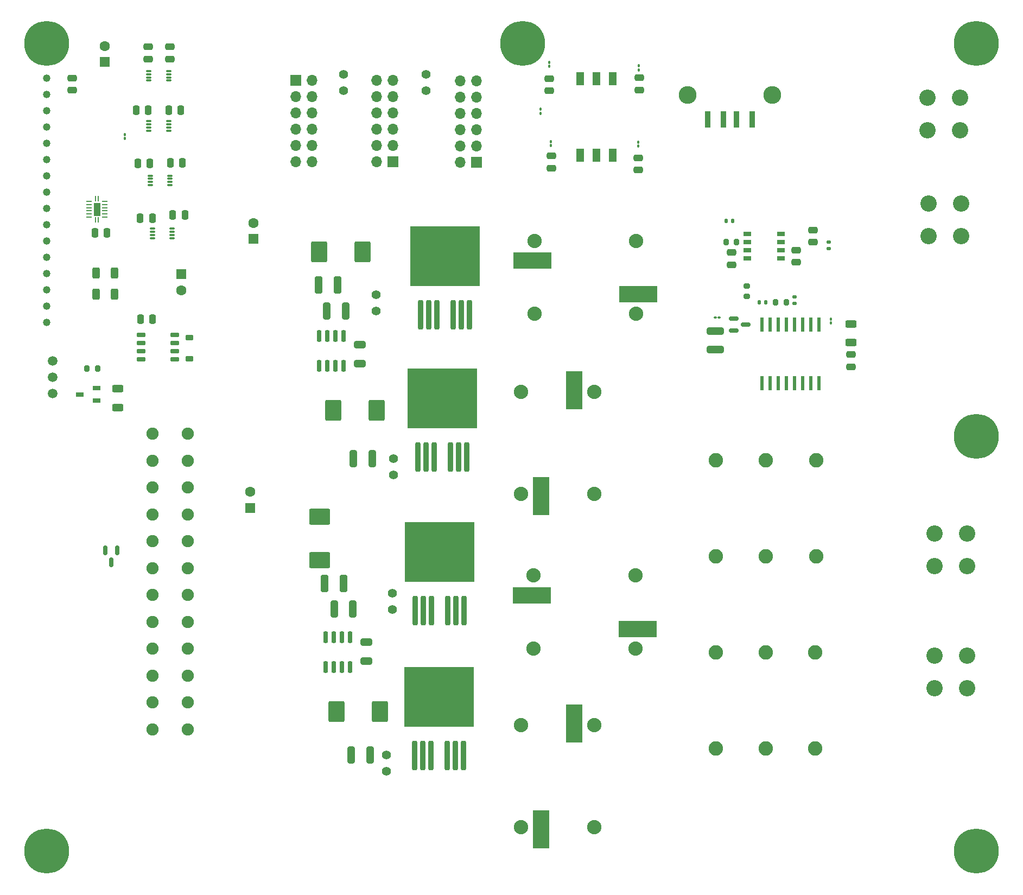
<source format=gbr>
%TF.GenerationSoftware,KiCad,Pcbnew,7.0.5*%
%TF.CreationDate,2023-09-24T16:41:28-07:00*%
%TF.ProjectId,FullSchematic,46756c6c-5363-4686-956d-617469632e6b,rev?*%
%TF.SameCoordinates,Original*%
%TF.FileFunction,Soldermask,Top*%
%TF.FilePolarity,Negative*%
%FSLAX46Y46*%
G04 Gerber Fmt 4.6, Leading zero omitted, Abs format (unit mm)*
G04 Created by KiCad (PCBNEW 7.0.5) date 2023-09-24 16:41:28*
%MOMM*%
%LPD*%
G01*
G04 APERTURE LIST*
G04 Aperture macros list*
%AMRoundRect*
0 Rectangle with rounded corners*
0 $1 Rounding radius*
0 $2 $3 $4 $5 $6 $7 $8 $9 X,Y pos of 4 corners*
0 Add a 4 corners polygon primitive as box body*
4,1,4,$2,$3,$4,$5,$6,$7,$8,$9,$2,$3,0*
0 Add four circle primitives for the rounded corners*
1,1,$1+$1,$2,$3*
1,1,$1+$1,$4,$5*
1,1,$1+$1,$6,$7*
1,1,$1+$1,$8,$9*
0 Add four rect primitives between the rounded corners*
20,1,$1+$1,$2,$3,$4,$5,0*
20,1,$1+$1,$4,$5,$6,$7,0*
20,1,$1+$1,$6,$7,$8,$9,0*
20,1,$1+$1,$8,$9,$2,$3,0*%
G04 Aperture macros list end*
%ADD10RoundRect,0.200000X-0.200000X2.100000X-0.200000X-2.100000X0.200000X-2.100000X0.200000X2.100000X0*%
%ADD11R,10.800000X9.400000*%
%ADD12RoundRect,0.250000X0.312500X0.625000X-0.312500X0.625000X-0.312500X-0.625000X0.312500X-0.625000X0*%
%ADD13RoundRect,0.135000X-0.135000X-0.185000X0.135000X-0.185000X0.135000X0.185000X-0.135000X0.185000X0*%
%ADD14RoundRect,0.200000X0.200000X0.275000X-0.200000X0.275000X-0.200000X-0.275000X0.200000X-0.275000X0*%
%ADD15RoundRect,0.250000X-0.312500X-1.075000X0.312500X-1.075000X0.312500X1.075000X-0.312500X1.075000X0*%
%ADD16C,2.240000*%
%ADD17R,6.000000X2.500000*%
%ADD18RoundRect,0.250000X0.250000X0.475000X-0.250000X0.475000X-0.250000X-0.475000X0.250000X-0.475000X0*%
%ADD19RoundRect,0.250000X0.475000X-0.250000X0.475000X0.250000X-0.475000X0.250000X-0.475000X-0.250000X0*%
%ADD20C,3.900000*%
%ADD21C,7.000000*%
%ADD22C,1.400000*%
%ADD23RoundRect,0.250000X-0.650000X0.325000X-0.650000X-0.325000X0.650000X-0.325000X0.650000X0.325000X0*%
%ADD24R,0.900000X2.500000*%
%ADD25C,2.780000*%
%ADD26RoundRect,0.100000X-0.130000X-0.100000X0.130000X-0.100000X0.130000X0.100000X-0.130000X0.100000X0*%
%ADD27RoundRect,0.100000X-0.100000X0.130000X-0.100000X-0.130000X0.100000X-0.130000X0.100000X0.130000X0*%
%ADD28C,1.905000*%
%ADD29C,2.250000*%
%ADD30R,1.143000X0.762000*%
%ADD31C,2.550000*%
%ADD32RoundRect,0.062500X-0.062500X-0.350000X0.062500X-0.350000X0.062500X0.350000X-0.062500X0.350000X0*%
%ADD33RoundRect,0.062500X-0.350000X-0.062500X0.350000X-0.062500X0.350000X0.062500X-0.350000X0.062500X0*%
%ADD34R,1.000000X2.000000*%
%ADD35RoundRect,0.250000X-0.250000X-0.475000X0.250000X-0.475000X0.250000X0.475000X-0.250000X0.475000X0*%
%ADD36C,1.180000*%
%ADD37RoundRect,0.075000X-0.350000X-0.075000X0.350000X-0.075000X0.350000X0.075000X-0.350000X0.075000X0*%
%ADD38RoundRect,0.250000X-0.475000X0.250000X-0.475000X-0.250000X0.475000X-0.250000X0.475000X0.250000X0*%
%ADD39RoundRect,0.150000X-0.587500X-0.150000X0.587500X-0.150000X0.587500X0.150000X-0.587500X0.150000X0*%
%ADD40R,1.220000X0.650000*%
%ADD41R,1.700000X1.700000*%
%ADD42O,1.700000X1.700000*%
%ADD43RoundRect,0.250000X1.400000X1.000000X-1.400000X1.000000X-1.400000X-1.000000X1.400000X-1.000000X0*%
%ADD44RoundRect,0.250000X1.000000X-1.400000X1.000000X1.400000X-1.000000X1.400000X-1.000000X-1.400000X0*%
%ADD45RoundRect,0.180000X0.180000X-0.710000X0.180000X0.710000X-0.180000X0.710000X-0.180000X-0.710000X0*%
%ADD46R,1.600000X1.600000*%
%ADD47C,1.600000*%
%ADD48RoundRect,0.150000X-0.150000X0.587500X-0.150000X-0.587500X0.150000X-0.587500X0.150000X0.587500X0*%
%ADD49R,0.600000X2.200000*%
%ADD50R,2.500000X6.000000*%
%ADD51RoundRect,0.250000X-0.625000X0.312500X-0.625000X-0.312500X0.625000X-0.312500X0.625000X0.312500X0*%
%ADD52RoundRect,0.200000X-0.200000X-0.275000X0.200000X-0.275000X0.200000X0.275000X-0.200000X0.275000X0*%
%ADD53RoundRect,0.135000X0.185000X-0.135000X0.185000X0.135000X-0.185000X0.135000X-0.185000X-0.135000X0*%
%ADD54R,1.193800X2.006600*%
%ADD55C,1.500000*%
%ADD56RoundRect,0.150000X0.550000X-0.150000X0.550000X0.150000X-0.550000X0.150000X-0.550000X-0.150000X0*%
%ADD57RoundRect,0.250000X-1.075000X0.312500X-1.075000X-0.312500X1.075000X-0.312500X1.075000X0.312500X0*%
%ADD58RoundRect,0.250000X-0.325000X-1.100000X0.325000X-1.100000X0.325000X1.100000X-0.325000X1.100000X0*%
%ADD59RoundRect,0.135000X0.135000X0.185000X-0.135000X0.185000X-0.135000X-0.185000X0.135000X-0.185000X0*%
%ADD60RoundRect,0.200000X-0.275000X0.200000X-0.275000X-0.200000X0.275000X-0.200000X0.275000X0.200000X0*%
%ADD61RoundRect,0.225000X-0.375000X0.225000X-0.375000X-0.225000X0.375000X-0.225000X0.375000X0.225000X0*%
G04 APERTURE END LIST*
D10*
%TO.C,U6*%
X122374615Y-140062270D03*
X123644615Y-140062270D03*
X124914615Y-140062270D03*
X127454615Y-140062270D03*
X128724615Y-140062270D03*
X129994615Y-140062270D03*
D11*
X126184615Y-130912270D03*
%TD*%
D12*
%TO.C,R24*%
X75585000Y-68060000D03*
X72660000Y-68060000D03*
%TD*%
D13*
%TO.C,R20*%
X170960000Y-56665000D03*
X171980000Y-56665000D03*
%TD*%
D14*
%TO.C,R19*%
X172620000Y-59960000D03*
X170970000Y-59960000D03*
%TD*%
D15*
%TO.C,R6*%
X108700000Y-70699000D03*
X111625000Y-70699000D03*
%TD*%
D16*
%TO.C,L1*%
X141060000Y-59803000D03*
X141060000Y-71183000D03*
X156960000Y-59803000D03*
X156960000Y-71183000D03*
D17*
X140785000Y-62878000D03*
X157295000Y-68108000D03*
%TD*%
D18*
%TO.C,C32*%
X80820000Y-39384581D03*
X78920000Y-39384581D03*
%TD*%
D19*
%TO.C,C25*%
X84200000Y-31400000D03*
X84200000Y-29500000D03*
%TD*%
D20*
%TO.C,REF\u002A\u002A*%
X210000000Y-29000000D03*
D21*
X210000000Y-29000000D03*
%TD*%
D10*
%TO.C,U3*%
X123320000Y-71352000D03*
X124590000Y-71352000D03*
X125860000Y-71352000D03*
X128400000Y-71352000D03*
X129670000Y-71352000D03*
X130940000Y-71352000D03*
D11*
X127130000Y-62202000D03*
%TD*%
D22*
%TO.C,TP6*%
X118913000Y-117250000D03*
X118913000Y-114710000D03*
%TD*%
%TO.C,TP2*%
X124140000Y-36380000D03*
X124140000Y-33840000D03*
%TD*%
D23*
%TO.C,C7*%
X113870000Y-75984000D03*
X113870000Y-78934000D03*
%TD*%
D24*
%TO.C,J1*%
X175070000Y-40850000D03*
X172570000Y-40850000D03*
X170570000Y-40850000D03*
X168070000Y-40850000D03*
D25*
X178140000Y-37000000D03*
X165000000Y-37000000D03*
%TD*%
D14*
%TO.C,R15*%
X180363000Y-69395000D03*
X178713000Y-69395000D03*
%TD*%
D26*
%TO.C,R10*%
X169260000Y-71700000D03*
X169900000Y-71700000D03*
%TD*%
D27*
%TO.C,R2*%
X157273000Y-44380000D03*
X157273000Y-45020000D03*
%TD*%
D28*
%TO.C,J2*%
X87011800Y-89881000D03*
X87011800Y-94072000D03*
X87011800Y-98263000D03*
X87011800Y-102454000D03*
X87011800Y-106645000D03*
X87011800Y-110836000D03*
X87011800Y-115027000D03*
X87011800Y-119218000D03*
X87011800Y-123409000D03*
X87011800Y-127600000D03*
X87011800Y-131791000D03*
X87011800Y-135982000D03*
X81500000Y-89881000D03*
X81500000Y-94072000D03*
X81500000Y-98263000D03*
X81500000Y-102454000D03*
X81500000Y-106645000D03*
X81500000Y-110836000D03*
X81500000Y-115027000D03*
X81500000Y-119218000D03*
X81500000Y-123409000D03*
X81500000Y-127600000D03*
X81500000Y-131791000D03*
X81500000Y-135982000D03*
%TD*%
D27*
%TO.C,R13*%
X187333000Y-71985000D03*
X187333000Y-72625000D03*
%TD*%
D29*
%TO.C,C13*%
X177200000Y-94000000D03*
X177200000Y-109000000D03*
%TD*%
D30*
%TO.C,U8*%
X179500000Y-62500000D03*
X179500000Y-61230000D03*
X179500000Y-59960000D03*
X179500000Y-58690000D03*
X174293000Y-58690000D03*
X174293000Y-59960000D03*
X174293000Y-61230000D03*
X174293000Y-62500000D03*
%TD*%
D20*
%TO.C,REF\u002A\u002A*%
X139250000Y-29000000D03*
D21*
X139250000Y-29000000D03*
%TD*%
D31*
%TO.C,J4*%
X203460000Y-129540000D03*
X203460000Y-124460000D03*
X208540000Y-129540000D03*
X208540000Y-124460000D03*
%TD*%
D32*
%TO.C,U14*%
X72562500Y-53162500D03*
D33*
X71625000Y-53600000D03*
X71625000Y-54100000D03*
X71625000Y-54600000D03*
X71625000Y-55100000D03*
X71625000Y-55600000D03*
X71625000Y-56100000D03*
D32*
X72562500Y-56537500D03*
X73062500Y-56537500D03*
D33*
X74000000Y-56100000D03*
X74000000Y-55600000D03*
X74000000Y-55100000D03*
X74000000Y-54600000D03*
X74000000Y-54100000D03*
X74000000Y-53600000D03*
D32*
X73062500Y-53162500D03*
D34*
X72812500Y-54850000D03*
%TD*%
D35*
%TO.C,C26*%
X79600000Y-72000000D03*
X81500000Y-72000000D03*
%TD*%
D36*
%TO.C,J10*%
X65000000Y-34360000D03*
X65000000Y-36900000D03*
X65000000Y-39440000D03*
X65000000Y-41980000D03*
X65000000Y-44520000D03*
X65000000Y-47060000D03*
X65000000Y-49600000D03*
X65000000Y-52140000D03*
X65000000Y-54680000D03*
X65000000Y-57220000D03*
X65000000Y-59760000D03*
X65000000Y-62300000D03*
X65000000Y-64840000D03*
X65000000Y-67380000D03*
X65000000Y-69920000D03*
X65000000Y-72460000D03*
%TD*%
D37*
%TO.C,U12*%
X80900000Y-33280000D03*
X80900000Y-33780000D03*
X80900000Y-34280000D03*
X80900000Y-34780000D03*
X84000000Y-34780000D03*
X84000000Y-34280000D03*
X84000000Y-33780000D03*
X84000000Y-33280000D03*
%TD*%
D38*
%TO.C,C6*%
X143713000Y-46535000D03*
X143713000Y-48435000D03*
%TD*%
D27*
%TO.C,R5*%
X142000000Y-39235000D03*
X142000000Y-39875000D03*
%TD*%
D29*
%TO.C,C15*%
X169400000Y-94000000D03*
X169400000Y-109000000D03*
%TD*%
D39*
%TO.C,Q2*%
X172148000Y-71880000D03*
X172148000Y-73780000D03*
X174023000Y-72830000D03*
%TD*%
D40*
%TO.C,Q3*%
X72785000Y-84677500D03*
X72785000Y-82777500D03*
X70165000Y-83727500D03*
%TD*%
D35*
%TO.C,C23*%
X84640419Y-55750000D03*
X86540419Y-55750000D03*
%TD*%
D41*
%TO.C,J5*%
X119000000Y-47460000D03*
D42*
X119000000Y-44920000D03*
X119000000Y-42380000D03*
X119000000Y-39840000D03*
X119000000Y-37300000D03*
X119000000Y-34760000D03*
X116460000Y-47460000D03*
X116460000Y-44920000D03*
X116460000Y-42380000D03*
X116460000Y-39840000D03*
X116460000Y-37300000D03*
X116460000Y-34760000D03*
%TD*%
D43*
%TO.C,D2*%
X107574615Y-109612000D03*
X107574615Y-102812000D03*
%TD*%
D18*
%TO.C,C30*%
X81468419Y-56233000D03*
X79568419Y-56233000D03*
%TD*%
D44*
%TO.C,D4*%
X110200000Y-133250000D03*
X117000000Y-133250000D03*
%TD*%
D22*
%TO.C,TP1*%
X111308000Y-36380000D03*
X111308000Y-33840000D03*
%TD*%
D18*
%TO.C,C29*%
X74412500Y-58537500D03*
X72512500Y-58537500D03*
%TD*%
D19*
%TO.C,C33*%
X69000000Y-36280000D03*
X69000000Y-34380000D03*
%TD*%
D45*
%TO.C,U1*%
X107472000Y-79279000D03*
X108742000Y-79279000D03*
X110012000Y-79279000D03*
X111282000Y-79279000D03*
X111282000Y-74599000D03*
X110012000Y-74599000D03*
X108742000Y-74599000D03*
X107472000Y-74599000D03*
%TD*%
D37*
%TO.C,U13*%
X80910000Y-41084581D03*
X80910000Y-41584581D03*
X80910000Y-42084581D03*
X80910000Y-42584581D03*
X84010000Y-42584581D03*
X84010000Y-42084581D03*
X84010000Y-41584581D03*
X84010000Y-41084581D03*
%TD*%
D46*
%TO.C,C11*%
X97250000Y-59500000D03*
D47*
X97250000Y-57000000D03*
%TD*%
D48*
%TO.C,Q1*%
X76012500Y-108062500D03*
X74112500Y-108062500D03*
X75062500Y-109937500D03*
%TD*%
D38*
%TO.C,C5*%
X157263000Y-46815000D03*
X157263000Y-48715000D03*
%TD*%
D31*
%TO.C,J8*%
X202562000Y-59080000D03*
X202562000Y-54000000D03*
X207642000Y-59080000D03*
X207642000Y-54000000D03*
%TD*%
D44*
%TO.C,D3*%
X109700000Y-86250000D03*
X116500000Y-86250000D03*
%TD*%
D18*
%TO.C,C31*%
X81073451Y-47700000D03*
X79173451Y-47700000D03*
%TD*%
D49*
%TO.C,U7*%
X176573000Y-82005000D03*
X177843000Y-82005000D03*
X179113000Y-82005000D03*
X180383000Y-82005000D03*
X181653000Y-82005000D03*
X182923000Y-82005000D03*
X184193000Y-82005000D03*
X185463000Y-82005000D03*
X185463000Y-72805000D03*
X184193000Y-72805000D03*
X182923000Y-72805000D03*
X181653000Y-72805000D03*
X180383000Y-72805000D03*
X179113000Y-72805000D03*
X177843000Y-72805000D03*
X176573000Y-72805000D03*
%TD*%
D27*
%TO.C,R4*%
X143370000Y-31935000D03*
X143370000Y-32575000D03*
%TD*%
D29*
%TO.C,C18*%
X177190000Y-139005000D03*
X177190000Y-124005000D03*
%TD*%
D16*
%TO.C,L4*%
X150380000Y-135330002D03*
X139000000Y-135330002D03*
X150380000Y-151230002D03*
X139000000Y-151230002D03*
D50*
X147305000Y-135055002D03*
X142075000Y-151565002D03*
%TD*%
D51*
%TO.C,R14*%
X190473000Y-72750000D03*
X190473000Y-75675000D03*
%TD*%
D44*
%TO.C,D1*%
X107487000Y-61487000D03*
X114287000Y-61487000D03*
%TD*%
D37*
%TO.C,U11*%
X81450000Y-57850000D03*
X81450000Y-58350000D03*
X81450000Y-58850000D03*
X81450000Y-59350000D03*
X84550000Y-59350000D03*
X84550000Y-58850000D03*
X84550000Y-58350000D03*
X84550000Y-57850000D03*
%TD*%
D52*
%TO.C,R22*%
X71265000Y-79737500D03*
X72915000Y-79737500D03*
%TD*%
D22*
%TO.C,TP4*%
X118000000Y-140000000D03*
X118000000Y-142540000D03*
%TD*%
D31*
%TO.C,J7*%
X202412000Y-42540000D03*
X202412000Y-37460000D03*
X207492000Y-42540000D03*
X207492000Y-37460000D03*
%TD*%
D53*
%TO.C,R18*%
X186980000Y-61020000D03*
X186980000Y-60000000D03*
%TD*%
D45*
%TO.C,U2*%
X108534615Y-126292270D03*
X109804615Y-126292270D03*
X111074615Y-126292270D03*
X112344615Y-126292270D03*
X112344615Y-121612270D03*
X111074615Y-121612270D03*
X109804615Y-121612270D03*
X108534615Y-121612270D03*
%TD*%
D22*
%TO.C,TP5*%
X119113000Y-93750000D03*
X119113000Y-96290000D03*
%TD*%
D54*
%TO.C,SW1*%
X148210000Y-46450000D03*
X150750000Y-46450000D03*
X153290000Y-46450000D03*
X153290000Y-34450004D03*
X150750000Y-34450004D03*
X148210000Y-34450004D03*
%TD*%
D27*
%TO.C,R23*%
X77200000Y-43185000D03*
X77200000Y-43825000D03*
%TD*%
D29*
%TO.C,C16*%
X169400000Y-139005000D03*
X169400000Y-124005000D03*
%TD*%
D46*
%TO.C,C12*%
X96750000Y-101432380D03*
D47*
X96750000Y-98932380D03*
%TD*%
D51*
%TO.C,R21*%
X76040000Y-82845000D03*
X76040000Y-85770000D03*
%TD*%
D55*
%TO.C,RV1*%
X65920000Y-78500000D03*
X65920000Y-81040000D03*
X65920000Y-83580000D03*
%TD*%
D53*
%TO.C,R17*%
X181643000Y-69515000D03*
X181643000Y-68495000D03*
%TD*%
D20*
%TO.C,REF\u002A\u002A*%
X65000000Y-155000000D03*
D21*
X65000000Y-155000000D03*
%TD*%
D37*
%TO.C,U10*%
X81140685Y-49600000D03*
X81140685Y-50100000D03*
X81140685Y-50600000D03*
X81140685Y-51100000D03*
X84240685Y-51100000D03*
X84240685Y-50600000D03*
X84240685Y-50100000D03*
X84240685Y-49600000D03*
%TD*%
D12*
%TO.C,R25*%
X75585000Y-64770000D03*
X72660000Y-64770000D03*
%TD*%
D29*
%TO.C,C17*%
X185000000Y-94000000D03*
X185000000Y-109000000D03*
%TD*%
D20*
%TO.C,REF\u002A\u002A*%
X210000000Y-155000000D03*
D21*
X210000000Y-155000000D03*
%TD*%
D56*
%TO.C,U9*%
X79700000Y-74460000D03*
X79700000Y-75730000D03*
X79700000Y-77000000D03*
X79700000Y-78270000D03*
X85000000Y-78270000D03*
X85000000Y-77000000D03*
X85000000Y-75730000D03*
X85000000Y-74460000D03*
%TD*%
D15*
%TO.C,R8*%
X109813000Y-117212000D03*
X112738000Y-117212000D03*
%TD*%
D19*
%TO.C,C21*%
X184500000Y-60000000D03*
X184500000Y-58100000D03*
%TD*%
D38*
%TO.C,C20*%
X181900000Y-61200000D03*
X181900000Y-63100000D03*
%TD*%
D16*
%TO.C,L3*%
X150380000Y-83330002D03*
X139000000Y-83330002D03*
X150380000Y-99230002D03*
X139000000Y-99230002D03*
D50*
X147305000Y-83055002D03*
X142075000Y-99565002D03*
%TD*%
D57*
%TO.C,R12*%
X169303000Y-73830000D03*
X169303000Y-76755000D03*
%TD*%
D58*
%TO.C,C10*%
X108338000Y-113212000D03*
X111288000Y-113212000D03*
%TD*%
D16*
%TO.C,L2*%
X140933000Y-111995002D03*
X140933000Y-123375002D03*
X156833000Y-111995002D03*
X156833000Y-123375002D03*
D17*
X140658000Y-115070002D03*
X157168000Y-120300002D03*
%TD*%
D20*
%TO.C,REF\u002A\u002A*%
X65000000Y-29000000D03*
D21*
X65000000Y-29000000D03*
%TD*%
D38*
%TO.C,C3*%
X143400000Y-34465000D03*
X143400000Y-36365000D03*
%TD*%
D35*
%TO.C,C27*%
X84020000Y-39374581D03*
X85920000Y-39374581D03*
%TD*%
D23*
%TO.C,C8*%
X114824615Y-122387270D03*
X114824615Y-125337270D03*
%TD*%
D58*
%TO.C,C9*%
X107425000Y-66699000D03*
X110375000Y-66699000D03*
%TD*%
D22*
%TO.C,TP3*%
X116377000Y-70737000D03*
X116377000Y-68197000D03*
%TD*%
D35*
%TO.C,C24*%
X84273451Y-47600000D03*
X86173451Y-47600000D03*
%TD*%
D59*
%TO.C,R16*%
X177193000Y-69355000D03*
X176173000Y-69355000D03*
%TD*%
D29*
%TO.C,C14*%
X184894000Y-139005000D03*
X184894000Y-124005000D03*
%TD*%
D41*
%TO.C,J6*%
X132000000Y-47540000D03*
D42*
X132000000Y-45000000D03*
X132000000Y-42460000D03*
X132000000Y-39920000D03*
X132000000Y-37380000D03*
X132000000Y-34840000D03*
X129460000Y-47540000D03*
X129460000Y-45000000D03*
X129460000Y-42460000D03*
X129460000Y-39920000D03*
X129460000Y-37380000D03*
X129460000Y-34840000D03*
%TD*%
D27*
%TO.C,R3*%
X157393000Y-32475000D03*
X157393000Y-33115000D03*
%TD*%
D38*
%TO.C,C22*%
X171796500Y-61617200D03*
X171796500Y-63517200D03*
%TD*%
D31*
%TO.C,J3*%
X203460000Y-110540000D03*
X203460000Y-105460000D03*
X208540000Y-110540000D03*
X208540000Y-105460000D03*
%TD*%
D46*
%TO.C,C2*%
X74000000Y-31900000D03*
D47*
X74000000Y-29400000D03*
%TD*%
D38*
%TO.C,C4*%
X157423000Y-34355000D03*
X157423000Y-36255000D03*
%TD*%
D46*
%TO.C,C1*%
X86000000Y-65000000D03*
D47*
X86000000Y-67500000D03*
%TD*%
D15*
%TO.C,R9*%
X112500000Y-140000000D03*
X115425000Y-140000000D03*
%TD*%
D60*
%TO.C,R11*%
X174223000Y-66800000D03*
X174223000Y-68450000D03*
%TD*%
D27*
%TO.C,R1*%
X143643000Y-44285000D03*
X143643000Y-44925000D03*
%TD*%
D15*
%TO.C,R7*%
X112850500Y-93712000D03*
X115775500Y-93712000D03*
%TD*%
D19*
%TO.C,C28*%
X80800000Y-31400000D03*
X80800000Y-29500000D03*
%TD*%
D10*
%TO.C,U4*%
X122922000Y-93507000D03*
X124192000Y-93507000D03*
X125462000Y-93507000D03*
X128002000Y-93507000D03*
X129272000Y-93507000D03*
X130542000Y-93507000D03*
D11*
X126732000Y-84357000D03*
%TD*%
D38*
%TO.C,C19*%
X190423000Y-77505000D03*
X190423000Y-79405000D03*
%TD*%
D20*
%TO.C,REF\u002A\u002A*%
X210000000Y-90250000D03*
D21*
X210000000Y-90250000D03*
%TD*%
D41*
%TO.C,J9*%
X103840000Y-34760000D03*
D42*
X103840000Y-37300000D03*
X103840000Y-39840000D03*
X103840000Y-42380000D03*
X103840000Y-44920000D03*
X103840000Y-47460000D03*
X106380000Y-34760000D03*
X106380000Y-37300000D03*
X106380000Y-39840000D03*
X106380000Y-42380000D03*
X106380000Y-44920000D03*
X106380000Y-47460000D03*
%TD*%
D10*
%TO.C,U5*%
X122454615Y-117437270D03*
X123724615Y-117437270D03*
X124994615Y-117437270D03*
X127534615Y-117437270D03*
X128804615Y-117437270D03*
X130074615Y-117437270D03*
D11*
X126264615Y-108287270D03*
%TD*%
D61*
%TO.C,D5*%
X87290000Y-74840000D03*
X87290000Y-78140000D03*
%TD*%
M02*

</source>
